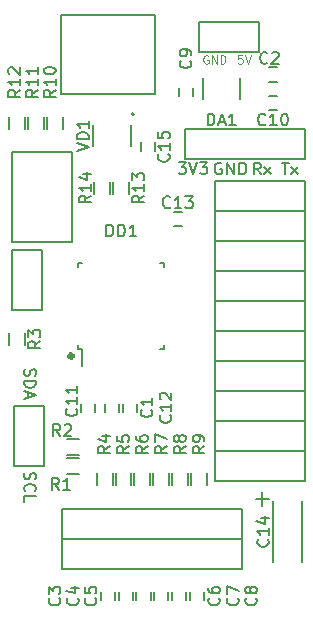
<source format=gbr>
G04 #@! TF.FileFunction,Legend,Top*
%FSLAX46Y46*%
G04 Gerber Fmt 4.6, Leading zero omitted, Abs format (unit mm)*
G04 Created by KiCad (PCBNEW 4.0.5) date 10/23/17 11:59:44*
%MOMM*%
%LPD*%
G01*
G04 APERTURE LIST*
%ADD10C,0.100000*%
%ADD11C,0.150000*%
%ADD12C,0.400000*%
%ADD13C,0.200000*%
G04 APERTURE END LIST*
D10*
X117166667Y-52050000D02*
X117100001Y-52016667D01*
X117000001Y-52016667D01*
X116900001Y-52050000D01*
X116833334Y-52116667D01*
X116800001Y-52183333D01*
X116766667Y-52316667D01*
X116766667Y-52416667D01*
X116800001Y-52550000D01*
X116833334Y-52616667D01*
X116900001Y-52683333D01*
X117000001Y-52716667D01*
X117066667Y-52716667D01*
X117166667Y-52683333D01*
X117200001Y-52650000D01*
X117200001Y-52416667D01*
X117066667Y-52416667D01*
X117500001Y-52716667D02*
X117500001Y-52016667D01*
X117900001Y-52716667D01*
X117900001Y-52016667D01*
X118233334Y-52716667D02*
X118233334Y-52016667D01*
X118400000Y-52016667D01*
X118500000Y-52050000D01*
X118566667Y-52116667D01*
X118600000Y-52183333D01*
X118633334Y-52316667D01*
X118633334Y-52416667D01*
X118600000Y-52550000D01*
X118566667Y-52616667D01*
X118500000Y-52683333D01*
X118400000Y-52716667D01*
X118233334Y-52716667D01*
X120066667Y-52016667D02*
X119733334Y-52016667D01*
X119700000Y-52350000D01*
X119733334Y-52316667D01*
X119800000Y-52283333D01*
X119966667Y-52283333D01*
X120033334Y-52316667D01*
X120066667Y-52350000D01*
X120100000Y-52416667D01*
X120100000Y-52583333D01*
X120066667Y-52650000D01*
X120033334Y-52683333D01*
X119966667Y-52716667D01*
X119800000Y-52716667D01*
X119733334Y-52683333D01*
X119700000Y-52650000D01*
X120300001Y-52016667D02*
X120533334Y-52716667D01*
X120766667Y-52016667D01*
D11*
X114661905Y-61052381D02*
X115280953Y-61052381D01*
X114947619Y-61433333D01*
X115090477Y-61433333D01*
X115185715Y-61480952D01*
X115233334Y-61528571D01*
X115280953Y-61623810D01*
X115280953Y-61861905D01*
X115233334Y-61957143D01*
X115185715Y-62004762D01*
X115090477Y-62052381D01*
X114804762Y-62052381D01*
X114709524Y-62004762D01*
X114661905Y-61957143D01*
X115566667Y-61052381D02*
X115900000Y-62052381D01*
X116233334Y-61052381D01*
X116471429Y-61052381D02*
X117090477Y-61052381D01*
X116757143Y-61433333D01*
X116900001Y-61433333D01*
X116995239Y-61480952D01*
X117042858Y-61528571D01*
X117090477Y-61623810D01*
X117090477Y-61861905D01*
X117042858Y-61957143D01*
X116995239Y-62004762D01*
X116900001Y-62052381D01*
X116614286Y-62052381D01*
X116519048Y-62004762D01*
X116471429Y-61957143D01*
X118288096Y-61150000D02*
X118192858Y-61102381D01*
X118050001Y-61102381D01*
X117907143Y-61150000D01*
X117811905Y-61245238D01*
X117764286Y-61340476D01*
X117716667Y-61530952D01*
X117716667Y-61673810D01*
X117764286Y-61864286D01*
X117811905Y-61959524D01*
X117907143Y-62054762D01*
X118050001Y-62102381D01*
X118145239Y-62102381D01*
X118288096Y-62054762D01*
X118335715Y-62007143D01*
X118335715Y-61673810D01*
X118145239Y-61673810D01*
X118764286Y-62102381D02*
X118764286Y-61102381D01*
X119335715Y-62102381D01*
X119335715Y-61102381D01*
X119811905Y-62102381D02*
X119811905Y-61102381D01*
X120050000Y-61102381D01*
X120192858Y-61150000D01*
X120288096Y-61245238D01*
X120335715Y-61340476D01*
X120383334Y-61530952D01*
X120383334Y-61673810D01*
X120335715Y-61864286D01*
X120288096Y-61959524D01*
X120192858Y-62054762D01*
X120050000Y-62102381D01*
X119811905Y-62102381D01*
X121604762Y-62102381D02*
X121271428Y-61626190D01*
X121033333Y-62102381D02*
X121033333Y-61102381D01*
X121414286Y-61102381D01*
X121509524Y-61150000D01*
X121557143Y-61197619D01*
X121604762Y-61292857D01*
X121604762Y-61435714D01*
X121557143Y-61530952D01*
X121509524Y-61578571D01*
X121414286Y-61626190D01*
X121033333Y-61626190D01*
X121938095Y-62102381D02*
X122461905Y-61435714D01*
X121938095Y-61435714D02*
X122461905Y-62102381D01*
X123409524Y-61102381D02*
X123980953Y-61102381D01*
X123695238Y-62102381D02*
X123695238Y-61102381D01*
X124219048Y-62102381D02*
X124742858Y-61435714D01*
X124219048Y-61435714D02*
X124742858Y-62102381D01*
X101645238Y-87359524D02*
X101597619Y-87502381D01*
X101597619Y-87740477D01*
X101645238Y-87835715D01*
X101692857Y-87883334D01*
X101788095Y-87930953D01*
X101883333Y-87930953D01*
X101978571Y-87883334D01*
X102026190Y-87835715D01*
X102073810Y-87740477D01*
X102121429Y-87550000D01*
X102169048Y-87454762D01*
X102216667Y-87407143D01*
X102311905Y-87359524D01*
X102407143Y-87359524D01*
X102502381Y-87407143D01*
X102550000Y-87454762D01*
X102597619Y-87550000D01*
X102597619Y-87788096D01*
X102550000Y-87930953D01*
X101692857Y-88930953D02*
X101645238Y-88883334D01*
X101597619Y-88740477D01*
X101597619Y-88645239D01*
X101645238Y-88502381D01*
X101740476Y-88407143D01*
X101835714Y-88359524D01*
X102026190Y-88311905D01*
X102169048Y-88311905D01*
X102359524Y-88359524D01*
X102454762Y-88407143D01*
X102550000Y-88502381D01*
X102597619Y-88645239D01*
X102597619Y-88740477D01*
X102550000Y-88883334D01*
X102502381Y-88930953D01*
X101597619Y-89835715D02*
X101597619Y-89359524D01*
X102597619Y-89359524D01*
X101645238Y-78585714D02*
X101597619Y-78728571D01*
X101597619Y-78966667D01*
X101645238Y-79061905D01*
X101692857Y-79109524D01*
X101788095Y-79157143D01*
X101883333Y-79157143D01*
X101978571Y-79109524D01*
X102026190Y-79061905D01*
X102073810Y-78966667D01*
X102121429Y-78776190D01*
X102169048Y-78680952D01*
X102216667Y-78633333D01*
X102311905Y-78585714D01*
X102407143Y-78585714D01*
X102502381Y-78633333D01*
X102550000Y-78680952D01*
X102597619Y-78776190D01*
X102597619Y-79014286D01*
X102550000Y-79157143D01*
X101597619Y-79585714D02*
X102597619Y-79585714D01*
X102597619Y-79823809D01*
X102550000Y-79966667D01*
X102454762Y-80061905D01*
X102359524Y-80109524D01*
X102169048Y-80157143D01*
X102026190Y-80157143D01*
X101835714Y-80109524D01*
X101740476Y-80061905D01*
X101645238Y-79966667D01*
X101597619Y-79823809D01*
X101597619Y-79585714D01*
X101883333Y-80538095D02*
X101883333Y-81014286D01*
X101597619Y-80442857D02*
X102597619Y-80776190D01*
X101597619Y-81109524D01*
D12*
X105708114Y-77500000D02*
G75*
G03X105708114Y-77500000I-158114J0D01*
G01*
D11*
X104780000Y-90390000D02*
X120020000Y-90390000D01*
X120020000Y-90390000D02*
X120020000Y-92930000D01*
X120020000Y-92930000D02*
X104780000Y-92930000D01*
X104780000Y-90390000D02*
X104780000Y-92930000D01*
X117730000Y-65220000D02*
X125350000Y-65220000D01*
X125350000Y-65220000D02*
X125350000Y-62680000D01*
X125350000Y-62680000D02*
X117730000Y-62680000D01*
X117730000Y-62680000D02*
X117730000Y-65220000D01*
X117730000Y-67760000D02*
X125350000Y-67760000D01*
X125350000Y-67760000D02*
X125350000Y-65220000D01*
X125350000Y-65220000D02*
X117730000Y-65220000D01*
X117730000Y-65220000D02*
X117730000Y-67760000D01*
X117730000Y-70300000D02*
X125350000Y-70300000D01*
X125350000Y-70300000D02*
X125350000Y-67760000D01*
X125350000Y-67760000D02*
X117730000Y-67760000D01*
X117730000Y-67760000D02*
X117730000Y-70300000D01*
X117730000Y-72840000D02*
X125350000Y-72840000D01*
X125350000Y-72840000D02*
X125350000Y-70300000D01*
X125350000Y-70300000D02*
X117730000Y-70300000D01*
X117730000Y-70300000D02*
X117730000Y-72840000D01*
X117730000Y-75380000D02*
X125350000Y-75380000D01*
X125350000Y-75380000D02*
X125350000Y-72840000D01*
X125350000Y-72840000D02*
X117730000Y-72840000D01*
X117730000Y-72840000D02*
X117730000Y-75380000D01*
X117730000Y-77920000D02*
X125350000Y-77920000D01*
X125350000Y-77920000D02*
X125350000Y-75380000D01*
X125350000Y-75380000D02*
X117730000Y-75380000D01*
X117730000Y-75380000D02*
X117730000Y-77920000D01*
X117730000Y-80460000D02*
X125350000Y-80460000D01*
X125350000Y-80460000D02*
X125350000Y-77920000D01*
X125350000Y-77920000D02*
X117730000Y-77920000D01*
X117730000Y-77920000D02*
X117730000Y-80460000D01*
X117730000Y-83000000D02*
X125350000Y-83000000D01*
X125350000Y-83000000D02*
X125350000Y-80460000D01*
X125350000Y-80460000D02*
X117730000Y-80460000D01*
X117730000Y-80460000D02*
X117730000Y-83000000D01*
X117730000Y-85540000D02*
X125350000Y-85540000D01*
X125350000Y-85540000D02*
X125350000Y-83000000D01*
X125350000Y-83000000D02*
X117730000Y-83000000D01*
X117730000Y-83000000D02*
X117730000Y-85540000D01*
X109650000Y-81500000D02*
X109650000Y-82200000D01*
X108450000Y-82200000D02*
X108450000Y-81500000D01*
X122300000Y-53050000D02*
X123000000Y-53050000D01*
X123000000Y-54250000D02*
X122300000Y-54250000D01*
X108100000Y-98150000D02*
X108100000Y-97450000D01*
X109300000Y-97450000D02*
X109300000Y-98150000D01*
X109600000Y-98150000D02*
X109600000Y-97450000D01*
X110800000Y-97450000D02*
X110800000Y-98150000D01*
X111100000Y-98150000D02*
X111100000Y-97450000D01*
X112300000Y-97450000D02*
X112300000Y-98150000D01*
X112600000Y-98150000D02*
X112600000Y-97450000D01*
X113800000Y-97450000D02*
X113800000Y-98150000D01*
X114100000Y-98150000D02*
X114100000Y-97450000D01*
X115300000Y-97450000D02*
X115300000Y-98150000D01*
X115600000Y-98150000D02*
X115600000Y-97450000D01*
X116800000Y-97450000D02*
X116800000Y-98150000D01*
X114700000Y-55450000D02*
X114700000Y-54750000D01*
X115900000Y-54750000D02*
X115900000Y-55450000D01*
X122300000Y-55450000D02*
X123000000Y-55450000D01*
X123000000Y-56650000D02*
X122300000Y-56650000D01*
X107600000Y-81500000D02*
X107600000Y-82200000D01*
X106400000Y-82200000D02*
X106400000Y-81500000D01*
X111150000Y-81500000D02*
X111150000Y-82200000D01*
X109950000Y-82200000D02*
X109950000Y-81500000D01*
X114250000Y-65250000D02*
X114950000Y-65250000D01*
X114950000Y-66450000D02*
X114250000Y-66450000D01*
X122701120Y-89749040D02*
X122701120Y-94950960D01*
X125098880Y-94950960D02*
X125098880Y-89749040D01*
X112650000Y-59400000D02*
X112650000Y-60100000D01*
X111450000Y-60100000D02*
X111450000Y-59400000D01*
X116700000Y-53950000D02*
X116700000Y-55750000D01*
X119900000Y-53950000D02*
X119900000Y-55750000D01*
X106175000Y-76875000D02*
X106500000Y-76875000D01*
X106175000Y-69625000D02*
X106500000Y-69625000D01*
X113425000Y-69625000D02*
X113100000Y-69625000D01*
X113425000Y-76875000D02*
X113100000Y-76875000D01*
X106175000Y-76875000D02*
X106175000Y-76550000D01*
X113425000Y-76875000D02*
X113425000Y-76550000D01*
X113425000Y-69625000D02*
X113425000Y-69950000D01*
X106175000Y-69625000D02*
X106175000Y-69950000D01*
X106500000Y-76875000D02*
X106500000Y-78300000D01*
X105250000Y-86125000D02*
X106250000Y-86125000D01*
X106250000Y-87475000D02*
X105250000Y-87475000D01*
X105250000Y-84525000D02*
X106250000Y-84525000D01*
X106250000Y-85875000D02*
X105250000Y-85875000D01*
X100325000Y-76550000D02*
X100325000Y-75550000D01*
X101675000Y-75550000D02*
X101675000Y-76550000D01*
X107725000Y-88400000D02*
X107725000Y-87400000D01*
X109075000Y-87400000D02*
X109075000Y-88400000D01*
X109325000Y-88400000D02*
X109325000Y-87400000D01*
X110675000Y-87400000D02*
X110675000Y-88400000D01*
X110925000Y-88400000D02*
X110925000Y-87400000D01*
X112275000Y-87400000D02*
X112275000Y-88400000D01*
X112525000Y-88400000D02*
X112525000Y-87400000D01*
X113875000Y-87400000D02*
X113875000Y-88400000D01*
X114125000Y-88400000D02*
X114125000Y-87400000D01*
X115475000Y-87400000D02*
X115475000Y-88400000D01*
X115725000Y-88400000D02*
X115725000Y-87400000D01*
X117075000Y-87400000D02*
X117075000Y-88400000D01*
X104875000Y-57250000D02*
X104875000Y-58250000D01*
X103525000Y-58250000D02*
X103525000Y-57250000D01*
X103275000Y-57250000D02*
X103275000Y-58250000D01*
X101925000Y-58250000D02*
X101925000Y-57250000D01*
X101675000Y-57250000D02*
X101675000Y-58250000D01*
X100325000Y-58250000D02*
X100325000Y-57250000D01*
X110475000Y-62750000D02*
X110475000Y-63750000D01*
X109125000Y-63750000D02*
X109125000Y-62750000D01*
X108875000Y-62750000D02*
X108875000Y-63750000D01*
X107525000Y-63750000D02*
X107525000Y-62750000D01*
D13*
X110900499Y-57000000D02*
G75*
G03X110900499Y-57000000I-100499J0D01*
G01*
D11*
X107400000Y-57900000D02*
X107400000Y-59700000D01*
X110600000Y-57900000D02*
X110600000Y-59700000D01*
X103270000Y-81730000D02*
X103270000Y-86810000D01*
X103270000Y-81730000D02*
X100730000Y-81730000D01*
X100730000Y-81730000D02*
X100730000Y-86810000D01*
X100730000Y-86810000D02*
X103270000Y-86810000D01*
X121470000Y-51770000D02*
X116390000Y-51770000D01*
X121470000Y-51770000D02*
X121470000Y-49230000D01*
X121470000Y-49230000D02*
X116390000Y-49230000D01*
X116390000Y-49230000D02*
X116390000Y-51770000D01*
X100580000Y-73570000D02*
X100580000Y-68490000D01*
X100580000Y-73570000D02*
X103120000Y-73570000D01*
X103120000Y-73570000D02*
X103120000Y-68490000D01*
X103120000Y-68490000D02*
X100580000Y-68490000D01*
X125370000Y-58230000D02*
X115210000Y-58230000D01*
X125370000Y-60770000D02*
X115210000Y-60770000D01*
X115210000Y-58230000D02*
X115210000Y-60770000D01*
X125370000Y-60770000D02*
X125370000Y-58230000D01*
X117730000Y-88080000D02*
X125350000Y-88080000D01*
X125350000Y-88080000D02*
X125350000Y-85540000D01*
X125350000Y-85540000D02*
X117730000Y-85540000D01*
X117730000Y-85540000D02*
X117730000Y-88080000D01*
X112700500Y-48644000D02*
X112700500Y-55311500D01*
X104699500Y-55311500D02*
X104699500Y-48644000D01*
X112700000Y-55325000D02*
X104700000Y-55325000D01*
X104700000Y-48625000D02*
X112700000Y-48625000D01*
X104780000Y-92930000D02*
X120020000Y-92930000D01*
X120020000Y-92930000D02*
X120020000Y-95470000D01*
X120020000Y-95470000D02*
X104780000Y-95470000D01*
X104780000Y-92930000D02*
X104780000Y-95470000D01*
X100580000Y-60230000D02*
X100580000Y-67850000D01*
X100580000Y-67850000D02*
X105660000Y-67850000D01*
X105660000Y-67850000D02*
X105660000Y-62770000D01*
X105660000Y-60230000D02*
X100580000Y-60230000D01*
X105660000Y-62770000D02*
X105660000Y-60230000D01*
X112357143Y-82016666D02*
X112404762Y-82064285D01*
X112452381Y-82207142D01*
X112452381Y-82302380D01*
X112404762Y-82445238D01*
X112309524Y-82540476D01*
X112214286Y-82588095D01*
X112023810Y-82635714D01*
X111880952Y-82635714D01*
X111690476Y-82588095D01*
X111595238Y-82540476D01*
X111500000Y-82445238D01*
X111452381Y-82302380D01*
X111452381Y-82207142D01*
X111500000Y-82064285D01*
X111547619Y-82016666D01*
X112452381Y-81064285D02*
X112452381Y-81635714D01*
X112452381Y-81350000D02*
X111452381Y-81350000D01*
X111595238Y-81445238D01*
X111690476Y-81540476D01*
X111738095Y-81635714D01*
X122183334Y-52657143D02*
X122135715Y-52704762D01*
X121992858Y-52752381D01*
X121897620Y-52752381D01*
X121754762Y-52704762D01*
X121659524Y-52609524D01*
X121611905Y-52514286D01*
X121564286Y-52323810D01*
X121564286Y-52180952D01*
X121611905Y-51990476D01*
X121659524Y-51895238D01*
X121754762Y-51800000D01*
X121897620Y-51752381D01*
X121992858Y-51752381D01*
X122135715Y-51800000D01*
X122183334Y-51847619D01*
X122564286Y-51847619D02*
X122611905Y-51800000D01*
X122707143Y-51752381D01*
X122945239Y-51752381D01*
X123040477Y-51800000D01*
X123088096Y-51847619D01*
X123135715Y-51942857D01*
X123135715Y-52038095D01*
X123088096Y-52180952D01*
X122516667Y-52752381D01*
X123135715Y-52752381D01*
X104557143Y-97966666D02*
X104604762Y-98014285D01*
X104652381Y-98157142D01*
X104652381Y-98252380D01*
X104604762Y-98395238D01*
X104509524Y-98490476D01*
X104414286Y-98538095D01*
X104223810Y-98585714D01*
X104080952Y-98585714D01*
X103890476Y-98538095D01*
X103795238Y-98490476D01*
X103700000Y-98395238D01*
X103652381Y-98252380D01*
X103652381Y-98157142D01*
X103700000Y-98014285D01*
X103747619Y-97966666D01*
X103652381Y-97633333D02*
X103652381Y-97014285D01*
X104033333Y-97347619D01*
X104033333Y-97204761D01*
X104080952Y-97109523D01*
X104128571Y-97061904D01*
X104223810Y-97014285D01*
X104461905Y-97014285D01*
X104557143Y-97061904D01*
X104604762Y-97109523D01*
X104652381Y-97204761D01*
X104652381Y-97490476D01*
X104604762Y-97585714D01*
X104557143Y-97633333D01*
X106107143Y-97966666D02*
X106154762Y-98014285D01*
X106202381Y-98157142D01*
X106202381Y-98252380D01*
X106154762Y-98395238D01*
X106059524Y-98490476D01*
X105964286Y-98538095D01*
X105773810Y-98585714D01*
X105630952Y-98585714D01*
X105440476Y-98538095D01*
X105345238Y-98490476D01*
X105250000Y-98395238D01*
X105202381Y-98252380D01*
X105202381Y-98157142D01*
X105250000Y-98014285D01*
X105297619Y-97966666D01*
X105535714Y-97109523D02*
X106202381Y-97109523D01*
X105154762Y-97347619D02*
X105869048Y-97585714D01*
X105869048Y-96966666D01*
X107607143Y-97966666D02*
X107654762Y-98014285D01*
X107702381Y-98157142D01*
X107702381Y-98252380D01*
X107654762Y-98395238D01*
X107559524Y-98490476D01*
X107464286Y-98538095D01*
X107273810Y-98585714D01*
X107130952Y-98585714D01*
X106940476Y-98538095D01*
X106845238Y-98490476D01*
X106750000Y-98395238D01*
X106702381Y-98252380D01*
X106702381Y-98157142D01*
X106750000Y-98014285D01*
X106797619Y-97966666D01*
X106702381Y-97061904D02*
X106702381Y-97538095D01*
X107178571Y-97585714D01*
X107130952Y-97538095D01*
X107083333Y-97442857D01*
X107083333Y-97204761D01*
X107130952Y-97109523D01*
X107178571Y-97061904D01*
X107273810Y-97014285D01*
X107511905Y-97014285D01*
X107607143Y-97061904D01*
X107654762Y-97109523D01*
X107702381Y-97204761D01*
X107702381Y-97442857D01*
X107654762Y-97538095D01*
X107607143Y-97585714D01*
X118057143Y-97966666D02*
X118104762Y-98014285D01*
X118152381Y-98157142D01*
X118152381Y-98252380D01*
X118104762Y-98395238D01*
X118009524Y-98490476D01*
X117914286Y-98538095D01*
X117723810Y-98585714D01*
X117580952Y-98585714D01*
X117390476Y-98538095D01*
X117295238Y-98490476D01*
X117200000Y-98395238D01*
X117152381Y-98252380D01*
X117152381Y-98157142D01*
X117200000Y-98014285D01*
X117247619Y-97966666D01*
X117152381Y-97109523D02*
X117152381Y-97300000D01*
X117200000Y-97395238D01*
X117247619Y-97442857D01*
X117390476Y-97538095D01*
X117580952Y-97585714D01*
X117961905Y-97585714D01*
X118057143Y-97538095D01*
X118104762Y-97490476D01*
X118152381Y-97395238D01*
X118152381Y-97204761D01*
X118104762Y-97109523D01*
X118057143Y-97061904D01*
X117961905Y-97014285D01*
X117723810Y-97014285D01*
X117628571Y-97061904D01*
X117580952Y-97109523D01*
X117533333Y-97204761D01*
X117533333Y-97395238D01*
X117580952Y-97490476D01*
X117628571Y-97538095D01*
X117723810Y-97585714D01*
X119657143Y-97966666D02*
X119704762Y-98014285D01*
X119752381Y-98157142D01*
X119752381Y-98252380D01*
X119704762Y-98395238D01*
X119609524Y-98490476D01*
X119514286Y-98538095D01*
X119323810Y-98585714D01*
X119180952Y-98585714D01*
X118990476Y-98538095D01*
X118895238Y-98490476D01*
X118800000Y-98395238D01*
X118752381Y-98252380D01*
X118752381Y-98157142D01*
X118800000Y-98014285D01*
X118847619Y-97966666D01*
X118752381Y-97633333D02*
X118752381Y-96966666D01*
X119752381Y-97395238D01*
X121207143Y-97966666D02*
X121254762Y-98014285D01*
X121302381Y-98157142D01*
X121302381Y-98252380D01*
X121254762Y-98395238D01*
X121159524Y-98490476D01*
X121064286Y-98538095D01*
X120873810Y-98585714D01*
X120730952Y-98585714D01*
X120540476Y-98538095D01*
X120445238Y-98490476D01*
X120350000Y-98395238D01*
X120302381Y-98252380D01*
X120302381Y-98157142D01*
X120350000Y-98014285D01*
X120397619Y-97966666D01*
X120730952Y-97395238D02*
X120683333Y-97490476D01*
X120635714Y-97538095D01*
X120540476Y-97585714D01*
X120492857Y-97585714D01*
X120397619Y-97538095D01*
X120350000Y-97490476D01*
X120302381Y-97395238D01*
X120302381Y-97204761D01*
X120350000Y-97109523D01*
X120397619Y-97061904D01*
X120492857Y-97014285D01*
X120540476Y-97014285D01*
X120635714Y-97061904D01*
X120683333Y-97109523D01*
X120730952Y-97204761D01*
X120730952Y-97395238D01*
X120778571Y-97490476D01*
X120826190Y-97538095D01*
X120921429Y-97585714D01*
X121111905Y-97585714D01*
X121207143Y-97538095D01*
X121254762Y-97490476D01*
X121302381Y-97395238D01*
X121302381Y-97204761D01*
X121254762Y-97109523D01*
X121207143Y-97061904D01*
X121111905Y-97014285D01*
X120921429Y-97014285D01*
X120826190Y-97061904D01*
X120778571Y-97109523D01*
X120730952Y-97204761D01*
X115657143Y-52466666D02*
X115704762Y-52514285D01*
X115752381Y-52657142D01*
X115752381Y-52752380D01*
X115704762Y-52895238D01*
X115609524Y-52990476D01*
X115514286Y-53038095D01*
X115323810Y-53085714D01*
X115180952Y-53085714D01*
X114990476Y-53038095D01*
X114895238Y-52990476D01*
X114800000Y-52895238D01*
X114752381Y-52752380D01*
X114752381Y-52657142D01*
X114800000Y-52514285D01*
X114847619Y-52466666D01*
X115752381Y-51990476D02*
X115752381Y-51800000D01*
X115704762Y-51704761D01*
X115657143Y-51657142D01*
X115514286Y-51561904D01*
X115323810Y-51514285D01*
X114942857Y-51514285D01*
X114847619Y-51561904D01*
X114800000Y-51609523D01*
X114752381Y-51704761D01*
X114752381Y-51895238D01*
X114800000Y-51990476D01*
X114847619Y-52038095D01*
X114942857Y-52085714D01*
X115180952Y-52085714D01*
X115276190Y-52038095D01*
X115323810Y-51990476D01*
X115371429Y-51895238D01*
X115371429Y-51704761D01*
X115323810Y-51609523D01*
X115276190Y-51561904D01*
X115180952Y-51514285D01*
X122007143Y-57857143D02*
X121959524Y-57904762D01*
X121816667Y-57952381D01*
X121721429Y-57952381D01*
X121578571Y-57904762D01*
X121483333Y-57809524D01*
X121435714Y-57714286D01*
X121388095Y-57523810D01*
X121388095Y-57380952D01*
X121435714Y-57190476D01*
X121483333Y-57095238D01*
X121578571Y-57000000D01*
X121721429Y-56952381D01*
X121816667Y-56952381D01*
X121959524Y-57000000D01*
X122007143Y-57047619D01*
X122959524Y-57952381D02*
X122388095Y-57952381D01*
X122673809Y-57952381D02*
X122673809Y-56952381D01*
X122578571Y-57095238D01*
X122483333Y-57190476D01*
X122388095Y-57238095D01*
X123578571Y-56952381D02*
X123673810Y-56952381D01*
X123769048Y-57000000D01*
X123816667Y-57047619D01*
X123864286Y-57142857D01*
X123911905Y-57333333D01*
X123911905Y-57571429D01*
X123864286Y-57761905D01*
X123816667Y-57857143D01*
X123769048Y-57904762D01*
X123673810Y-57952381D01*
X123578571Y-57952381D01*
X123483333Y-57904762D01*
X123435714Y-57857143D01*
X123388095Y-57761905D01*
X123340476Y-57571429D01*
X123340476Y-57333333D01*
X123388095Y-57142857D01*
X123435714Y-57047619D01*
X123483333Y-57000000D01*
X123578571Y-56952381D01*
X106007143Y-81942857D02*
X106054762Y-81990476D01*
X106102381Y-82133333D01*
X106102381Y-82228571D01*
X106054762Y-82371429D01*
X105959524Y-82466667D01*
X105864286Y-82514286D01*
X105673810Y-82561905D01*
X105530952Y-82561905D01*
X105340476Y-82514286D01*
X105245238Y-82466667D01*
X105150000Y-82371429D01*
X105102381Y-82228571D01*
X105102381Y-82133333D01*
X105150000Y-81990476D01*
X105197619Y-81942857D01*
X106102381Y-80990476D02*
X106102381Y-81561905D01*
X106102381Y-81276191D02*
X105102381Y-81276191D01*
X105245238Y-81371429D01*
X105340476Y-81466667D01*
X105388095Y-81561905D01*
X106102381Y-80038095D02*
X106102381Y-80609524D01*
X106102381Y-80323810D02*
X105102381Y-80323810D01*
X105245238Y-80419048D01*
X105340476Y-80514286D01*
X105388095Y-80609524D01*
X113957143Y-82492857D02*
X114004762Y-82540476D01*
X114052381Y-82683333D01*
X114052381Y-82778571D01*
X114004762Y-82921429D01*
X113909524Y-83016667D01*
X113814286Y-83064286D01*
X113623810Y-83111905D01*
X113480952Y-83111905D01*
X113290476Y-83064286D01*
X113195238Y-83016667D01*
X113100000Y-82921429D01*
X113052381Y-82778571D01*
X113052381Y-82683333D01*
X113100000Y-82540476D01*
X113147619Y-82492857D01*
X114052381Y-81540476D02*
X114052381Y-82111905D01*
X114052381Y-81826191D02*
X113052381Y-81826191D01*
X113195238Y-81921429D01*
X113290476Y-82016667D01*
X113338095Y-82111905D01*
X113147619Y-81159524D02*
X113100000Y-81111905D01*
X113052381Y-81016667D01*
X113052381Y-80778571D01*
X113100000Y-80683333D01*
X113147619Y-80635714D01*
X113242857Y-80588095D01*
X113338095Y-80588095D01*
X113480952Y-80635714D01*
X114052381Y-81207143D01*
X114052381Y-80588095D01*
X113957143Y-64857143D02*
X113909524Y-64904762D01*
X113766667Y-64952381D01*
X113671429Y-64952381D01*
X113528571Y-64904762D01*
X113433333Y-64809524D01*
X113385714Y-64714286D01*
X113338095Y-64523810D01*
X113338095Y-64380952D01*
X113385714Y-64190476D01*
X113433333Y-64095238D01*
X113528571Y-64000000D01*
X113671429Y-63952381D01*
X113766667Y-63952381D01*
X113909524Y-64000000D01*
X113957143Y-64047619D01*
X114909524Y-64952381D02*
X114338095Y-64952381D01*
X114623809Y-64952381D02*
X114623809Y-63952381D01*
X114528571Y-64095238D01*
X114433333Y-64190476D01*
X114338095Y-64238095D01*
X115242857Y-63952381D02*
X115861905Y-63952381D01*
X115528571Y-64333333D01*
X115671429Y-64333333D01*
X115766667Y-64380952D01*
X115814286Y-64428571D01*
X115861905Y-64523810D01*
X115861905Y-64761905D01*
X115814286Y-64857143D01*
X115766667Y-64904762D01*
X115671429Y-64952381D01*
X115385714Y-64952381D01*
X115290476Y-64904762D01*
X115242857Y-64857143D01*
X122207143Y-92992857D02*
X122254762Y-93040476D01*
X122302381Y-93183333D01*
X122302381Y-93278571D01*
X122254762Y-93421429D01*
X122159524Y-93516667D01*
X122064286Y-93564286D01*
X121873810Y-93611905D01*
X121730952Y-93611905D01*
X121540476Y-93564286D01*
X121445238Y-93516667D01*
X121350000Y-93421429D01*
X121302381Y-93278571D01*
X121302381Y-93183333D01*
X121350000Y-93040476D01*
X121397619Y-92992857D01*
X122302381Y-92040476D02*
X122302381Y-92611905D01*
X122302381Y-92326191D02*
X121302381Y-92326191D01*
X121445238Y-92421429D01*
X121540476Y-92516667D01*
X121588095Y-92611905D01*
X121635714Y-91183333D02*
X122302381Y-91183333D01*
X121254762Y-91421429D02*
X121969048Y-91659524D01*
X121969048Y-91040476D01*
X121757143Y-90171428D02*
X121757143Y-89028571D01*
X122328571Y-89600000D02*
X121185714Y-89600000D01*
X113807143Y-60392857D02*
X113854762Y-60440476D01*
X113902381Y-60583333D01*
X113902381Y-60678571D01*
X113854762Y-60821429D01*
X113759524Y-60916667D01*
X113664286Y-60964286D01*
X113473810Y-61011905D01*
X113330952Y-61011905D01*
X113140476Y-60964286D01*
X113045238Y-60916667D01*
X112950000Y-60821429D01*
X112902381Y-60678571D01*
X112902381Y-60583333D01*
X112950000Y-60440476D01*
X112997619Y-60392857D01*
X113902381Y-59440476D02*
X113902381Y-60011905D01*
X113902381Y-59726191D02*
X112902381Y-59726191D01*
X113045238Y-59821429D01*
X113140476Y-59916667D01*
X113188095Y-60011905D01*
X112902381Y-58535714D02*
X112902381Y-59011905D01*
X113378571Y-59059524D01*
X113330952Y-59011905D01*
X113283333Y-58916667D01*
X113283333Y-58678571D01*
X113330952Y-58583333D01*
X113378571Y-58535714D01*
X113473810Y-58488095D01*
X113711905Y-58488095D01*
X113807143Y-58535714D01*
X113854762Y-58583333D01*
X113902381Y-58678571D01*
X113902381Y-58916667D01*
X113854762Y-59011905D01*
X113807143Y-59059524D01*
X117133333Y-57952381D02*
X117133333Y-56952381D01*
X117371428Y-56952381D01*
X117514286Y-57000000D01*
X117609524Y-57095238D01*
X117657143Y-57190476D01*
X117704762Y-57380952D01*
X117704762Y-57523810D01*
X117657143Y-57714286D01*
X117609524Y-57809524D01*
X117514286Y-57904762D01*
X117371428Y-57952381D01*
X117133333Y-57952381D01*
X118085714Y-57666667D02*
X118561905Y-57666667D01*
X117990476Y-57952381D02*
X118323809Y-56952381D01*
X118657143Y-57952381D01*
X119514286Y-57952381D02*
X118942857Y-57952381D01*
X119228571Y-57952381D02*
X119228571Y-56952381D01*
X119133333Y-57095238D01*
X119038095Y-57190476D01*
X118942857Y-57238095D01*
X108561905Y-67352381D02*
X108561905Y-66352381D01*
X108800000Y-66352381D01*
X108942858Y-66400000D01*
X109038096Y-66495238D01*
X109085715Y-66590476D01*
X109133334Y-66780952D01*
X109133334Y-66923810D01*
X109085715Y-67114286D01*
X109038096Y-67209524D01*
X108942858Y-67304762D01*
X108800000Y-67352381D01*
X108561905Y-67352381D01*
X109561905Y-67352381D02*
X109561905Y-66352381D01*
X109800000Y-66352381D01*
X109942858Y-66400000D01*
X110038096Y-66495238D01*
X110085715Y-66590476D01*
X110133334Y-66780952D01*
X110133334Y-66923810D01*
X110085715Y-67114286D01*
X110038096Y-67209524D01*
X109942858Y-67304762D01*
X109800000Y-67352381D01*
X109561905Y-67352381D01*
X111085715Y-67352381D02*
X110514286Y-67352381D01*
X110800000Y-67352381D02*
X110800000Y-66352381D01*
X110704762Y-66495238D01*
X110609524Y-66590476D01*
X110514286Y-66638095D01*
X104533334Y-88802381D02*
X104200000Y-88326190D01*
X103961905Y-88802381D02*
X103961905Y-87802381D01*
X104342858Y-87802381D01*
X104438096Y-87850000D01*
X104485715Y-87897619D01*
X104533334Y-87992857D01*
X104533334Y-88135714D01*
X104485715Y-88230952D01*
X104438096Y-88278571D01*
X104342858Y-88326190D01*
X103961905Y-88326190D01*
X105485715Y-88802381D02*
X104914286Y-88802381D01*
X105200000Y-88802381D02*
X105200000Y-87802381D01*
X105104762Y-87945238D01*
X105009524Y-88040476D01*
X104914286Y-88088095D01*
X104633334Y-84252381D02*
X104300000Y-83776190D01*
X104061905Y-84252381D02*
X104061905Y-83252381D01*
X104442858Y-83252381D01*
X104538096Y-83300000D01*
X104585715Y-83347619D01*
X104633334Y-83442857D01*
X104633334Y-83585714D01*
X104585715Y-83680952D01*
X104538096Y-83728571D01*
X104442858Y-83776190D01*
X104061905Y-83776190D01*
X105014286Y-83347619D02*
X105061905Y-83300000D01*
X105157143Y-83252381D01*
X105395239Y-83252381D01*
X105490477Y-83300000D01*
X105538096Y-83347619D01*
X105585715Y-83442857D01*
X105585715Y-83538095D01*
X105538096Y-83680952D01*
X104966667Y-84252381D01*
X105585715Y-84252381D01*
X102952381Y-76216666D02*
X102476190Y-76550000D01*
X102952381Y-76788095D02*
X101952381Y-76788095D01*
X101952381Y-76407142D01*
X102000000Y-76311904D01*
X102047619Y-76264285D01*
X102142857Y-76216666D01*
X102285714Y-76216666D01*
X102380952Y-76264285D01*
X102428571Y-76311904D01*
X102476190Y-76407142D01*
X102476190Y-76788095D01*
X101952381Y-75883333D02*
X101952381Y-75264285D01*
X102333333Y-75597619D01*
X102333333Y-75454761D01*
X102380952Y-75359523D01*
X102428571Y-75311904D01*
X102523810Y-75264285D01*
X102761905Y-75264285D01*
X102857143Y-75311904D01*
X102904762Y-75359523D01*
X102952381Y-75454761D01*
X102952381Y-75740476D01*
X102904762Y-75835714D01*
X102857143Y-75883333D01*
X108852381Y-85116666D02*
X108376190Y-85450000D01*
X108852381Y-85688095D02*
X107852381Y-85688095D01*
X107852381Y-85307142D01*
X107900000Y-85211904D01*
X107947619Y-85164285D01*
X108042857Y-85116666D01*
X108185714Y-85116666D01*
X108280952Y-85164285D01*
X108328571Y-85211904D01*
X108376190Y-85307142D01*
X108376190Y-85688095D01*
X108185714Y-84259523D02*
X108852381Y-84259523D01*
X107804762Y-84497619D02*
X108519048Y-84735714D01*
X108519048Y-84116666D01*
X110452381Y-85116666D02*
X109976190Y-85450000D01*
X110452381Y-85688095D02*
X109452381Y-85688095D01*
X109452381Y-85307142D01*
X109500000Y-85211904D01*
X109547619Y-85164285D01*
X109642857Y-85116666D01*
X109785714Y-85116666D01*
X109880952Y-85164285D01*
X109928571Y-85211904D01*
X109976190Y-85307142D01*
X109976190Y-85688095D01*
X109452381Y-84211904D02*
X109452381Y-84688095D01*
X109928571Y-84735714D01*
X109880952Y-84688095D01*
X109833333Y-84592857D01*
X109833333Y-84354761D01*
X109880952Y-84259523D01*
X109928571Y-84211904D01*
X110023810Y-84164285D01*
X110261905Y-84164285D01*
X110357143Y-84211904D01*
X110404762Y-84259523D01*
X110452381Y-84354761D01*
X110452381Y-84592857D01*
X110404762Y-84688095D01*
X110357143Y-84735714D01*
X112052381Y-85116666D02*
X111576190Y-85450000D01*
X112052381Y-85688095D02*
X111052381Y-85688095D01*
X111052381Y-85307142D01*
X111100000Y-85211904D01*
X111147619Y-85164285D01*
X111242857Y-85116666D01*
X111385714Y-85116666D01*
X111480952Y-85164285D01*
X111528571Y-85211904D01*
X111576190Y-85307142D01*
X111576190Y-85688095D01*
X111052381Y-84259523D02*
X111052381Y-84450000D01*
X111100000Y-84545238D01*
X111147619Y-84592857D01*
X111290476Y-84688095D01*
X111480952Y-84735714D01*
X111861905Y-84735714D01*
X111957143Y-84688095D01*
X112004762Y-84640476D01*
X112052381Y-84545238D01*
X112052381Y-84354761D01*
X112004762Y-84259523D01*
X111957143Y-84211904D01*
X111861905Y-84164285D01*
X111623810Y-84164285D01*
X111528571Y-84211904D01*
X111480952Y-84259523D01*
X111433333Y-84354761D01*
X111433333Y-84545238D01*
X111480952Y-84640476D01*
X111528571Y-84688095D01*
X111623810Y-84735714D01*
X113652381Y-85116666D02*
X113176190Y-85450000D01*
X113652381Y-85688095D02*
X112652381Y-85688095D01*
X112652381Y-85307142D01*
X112700000Y-85211904D01*
X112747619Y-85164285D01*
X112842857Y-85116666D01*
X112985714Y-85116666D01*
X113080952Y-85164285D01*
X113128571Y-85211904D01*
X113176190Y-85307142D01*
X113176190Y-85688095D01*
X112652381Y-84783333D02*
X112652381Y-84116666D01*
X113652381Y-84545238D01*
X115252381Y-85116666D02*
X114776190Y-85450000D01*
X115252381Y-85688095D02*
X114252381Y-85688095D01*
X114252381Y-85307142D01*
X114300000Y-85211904D01*
X114347619Y-85164285D01*
X114442857Y-85116666D01*
X114585714Y-85116666D01*
X114680952Y-85164285D01*
X114728571Y-85211904D01*
X114776190Y-85307142D01*
X114776190Y-85688095D01*
X114680952Y-84545238D02*
X114633333Y-84640476D01*
X114585714Y-84688095D01*
X114490476Y-84735714D01*
X114442857Y-84735714D01*
X114347619Y-84688095D01*
X114300000Y-84640476D01*
X114252381Y-84545238D01*
X114252381Y-84354761D01*
X114300000Y-84259523D01*
X114347619Y-84211904D01*
X114442857Y-84164285D01*
X114490476Y-84164285D01*
X114585714Y-84211904D01*
X114633333Y-84259523D01*
X114680952Y-84354761D01*
X114680952Y-84545238D01*
X114728571Y-84640476D01*
X114776190Y-84688095D01*
X114871429Y-84735714D01*
X115061905Y-84735714D01*
X115157143Y-84688095D01*
X115204762Y-84640476D01*
X115252381Y-84545238D01*
X115252381Y-84354761D01*
X115204762Y-84259523D01*
X115157143Y-84211904D01*
X115061905Y-84164285D01*
X114871429Y-84164285D01*
X114776190Y-84211904D01*
X114728571Y-84259523D01*
X114680952Y-84354761D01*
X116852381Y-85116666D02*
X116376190Y-85450000D01*
X116852381Y-85688095D02*
X115852381Y-85688095D01*
X115852381Y-85307142D01*
X115900000Y-85211904D01*
X115947619Y-85164285D01*
X116042857Y-85116666D01*
X116185714Y-85116666D01*
X116280952Y-85164285D01*
X116328571Y-85211904D01*
X116376190Y-85307142D01*
X116376190Y-85688095D01*
X116852381Y-84640476D02*
X116852381Y-84450000D01*
X116804762Y-84354761D01*
X116757143Y-84307142D01*
X116614286Y-84211904D01*
X116423810Y-84164285D01*
X116042857Y-84164285D01*
X115947619Y-84211904D01*
X115900000Y-84259523D01*
X115852381Y-84354761D01*
X115852381Y-84545238D01*
X115900000Y-84640476D01*
X115947619Y-84688095D01*
X116042857Y-84735714D01*
X116280952Y-84735714D01*
X116376190Y-84688095D01*
X116423810Y-84640476D01*
X116471429Y-84545238D01*
X116471429Y-84354761D01*
X116423810Y-84259523D01*
X116376190Y-84211904D01*
X116280952Y-84164285D01*
X104252381Y-54942857D02*
X103776190Y-55276191D01*
X104252381Y-55514286D02*
X103252381Y-55514286D01*
X103252381Y-55133333D01*
X103300000Y-55038095D01*
X103347619Y-54990476D01*
X103442857Y-54942857D01*
X103585714Y-54942857D01*
X103680952Y-54990476D01*
X103728571Y-55038095D01*
X103776190Y-55133333D01*
X103776190Y-55514286D01*
X104252381Y-53990476D02*
X104252381Y-54561905D01*
X104252381Y-54276191D02*
X103252381Y-54276191D01*
X103395238Y-54371429D01*
X103490476Y-54466667D01*
X103538095Y-54561905D01*
X103252381Y-53371429D02*
X103252381Y-53276190D01*
X103300000Y-53180952D01*
X103347619Y-53133333D01*
X103442857Y-53085714D01*
X103633333Y-53038095D01*
X103871429Y-53038095D01*
X104061905Y-53085714D01*
X104157143Y-53133333D01*
X104204762Y-53180952D01*
X104252381Y-53276190D01*
X104252381Y-53371429D01*
X104204762Y-53466667D01*
X104157143Y-53514286D01*
X104061905Y-53561905D01*
X103871429Y-53609524D01*
X103633333Y-53609524D01*
X103442857Y-53561905D01*
X103347619Y-53514286D01*
X103300000Y-53466667D01*
X103252381Y-53371429D01*
X102752381Y-54942857D02*
X102276190Y-55276191D01*
X102752381Y-55514286D02*
X101752381Y-55514286D01*
X101752381Y-55133333D01*
X101800000Y-55038095D01*
X101847619Y-54990476D01*
X101942857Y-54942857D01*
X102085714Y-54942857D01*
X102180952Y-54990476D01*
X102228571Y-55038095D01*
X102276190Y-55133333D01*
X102276190Y-55514286D01*
X102752381Y-53990476D02*
X102752381Y-54561905D01*
X102752381Y-54276191D02*
X101752381Y-54276191D01*
X101895238Y-54371429D01*
X101990476Y-54466667D01*
X102038095Y-54561905D01*
X102752381Y-53038095D02*
X102752381Y-53609524D01*
X102752381Y-53323810D02*
X101752381Y-53323810D01*
X101895238Y-53419048D01*
X101990476Y-53514286D01*
X102038095Y-53609524D01*
X101252381Y-54942857D02*
X100776190Y-55276191D01*
X101252381Y-55514286D02*
X100252381Y-55514286D01*
X100252381Y-55133333D01*
X100300000Y-55038095D01*
X100347619Y-54990476D01*
X100442857Y-54942857D01*
X100585714Y-54942857D01*
X100680952Y-54990476D01*
X100728571Y-55038095D01*
X100776190Y-55133333D01*
X100776190Y-55514286D01*
X101252381Y-53990476D02*
X101252381Y-54561905D01*
X101252381Y-54276191D02*
X100252381Y-54276191D01*
X100395238Y-54371429D01*
X100490476Y-54466667D01*
X100538095Y-54561905D01*
X100347619Y-53609524D02*
X100300000Y-53561905D01*
X100252381Y-53466667D01*
X100252381Y-53228571D01*
X100300000Y-53133333D01*
X100347619Y-53085714D01*
X100442857Y-53038095D01*
X100538095Y-53038095D01*
X100680952Y-53085714D01*
X101252381Y-53657143D01*
X101252381Y-53038095D01*
X111752381Y-63892857D02*
X111276190Y-64226191D01*
X111752381Y-64464286D02*
X110752381Y-64464286D01*
X110752381Y-64083333D01*
X110800000Y-63988095D01*
X110847619Y-63940476D01*
X110942857Y-63892857D01*
X111085714Y-63892857D01*
X111180952Y-63940476D01*
X111228571Y-63988095D01*
X111276190Y-64083333D01*
X111276190Y-64464286D01*
X111752381Y-62940476D02*
X111752381Y-63511905D01*
X111752381Y-63226191D02*
X110752381Y-63226191D01*
X110895238Y-63321429D01*
X110990476Y-63416667D01*
X111038095Y-63511905D01*
X110752381Y-62607143D02*
X110752381Y-61988095D01*
X111133333Y-62321429D01*
X111133333Y-62178571D01*
X111180952Y-62083333D01*
X111228571Y-62035714D01*
X111323810Y-61988095D01*
X111561905Y-61988095D01*
X111657143Y-62035714D01*
X111704762Y-62083333D01*
X111752381Y-62178571D01*
X111752381Y-62464286D01*
X111704762Y-62559524D01*
X111657143Y-62607143D01*
X107252381Y-63892857D02*
X106776190Y-64226191D01*
X107252381Y-64464286D02*
X106252381Y-64464286D01*
X106252381Y-64083333D01*
X106300000Y-63988095D01*
X106347619Y-63940476D01*
X106442857Y-63892857D01*
X106585714Y-63892857D01*
X106680952Y-63940476D01*
X106728571Y-63988095D01*
X106776190Y-64083333D01*
X106776190Y-64464286D01*
X107252381Y-62940476D02*
X107252381Y-63511905D01*
X107252381Y-63226191D02*
X106252381Y-63226191D01*
X106395238Y-63321429D01*
X106490476Y-63416667D01*
X106538095Y-63511905D01*
X106585714Y-62083333D02*
X107252381Y-62083333D01*
X106204762Y-62321429D02*
X106919048Y-62559524D01*
X106919048Y-61940476D01*
X106052381Y-60109524D02*
X107052381Y-59776191D01*
X106052381Y-59442857D01*
X107052381Y-59109524D02*
X106052381Y-59109524D01*
X106052381Y-58871429D01*
X106100000Y-58728571D01*
X106195238Y-58633333D01*
X106290476Y-58585714D01*
X106480952Y-58538095D01*
X106623810Y-58538095D01*
X106814286Y-58585714D01*
X106909524Y-58633333D01*
X107004762Y-58728571D01*
X107052381Y-58871429D01*
X107052381Y-59109524D01*
X107052381Y-57585714D02*
X107052381Y-58157143D01*
X107052381Y-57871429D02*
X106052381Y-57871429D01*
X106195238Y-57966667D01*
X106290476Y-58061905D01*
X106338095Y-58157143D01*
M02*

</source>
